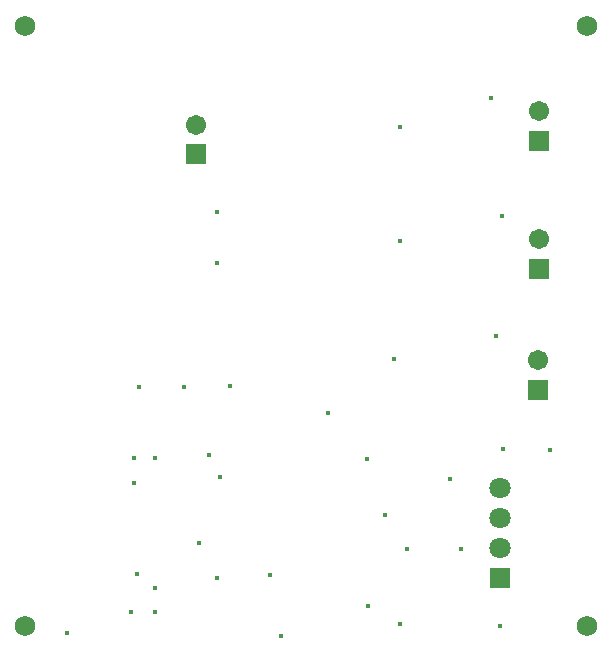
<source format=gbs>
G04*
G04 #@! TF.GenerationSoftware,Altium Limited,Altium Designer,20.2.4 (192)*
G04*
G04 Layer_Color=16711935*
%FSLAX25Y25*%
%MOIN*%
G70*
G04*
G04 #@! TF.SameCoordinates,916D3FFB-3ED2-40BB-BA98-F56BCE00B8A7*
G04*
G04*
G04 #@! TF.FilePolarity,Negative*
G04*
G01*
G75*
%ADD42R,0.06706X0.06706*%
%ADD43C,0.06706*%
%ADD44C,0.06800*%
%ADD45C,0.07099*%
%ADD46R,0.07099X0.07099*%
%ADD47C,0.01500*%
D42*
X69500Y169579D02*
D03*
X184000Y131500D02*
D03*
X183500Y91079D02*
D03*
X184000Y174079D02*
D03*
D43*
X69500Y179421D02*
D03*
X184000Y141343D02*
D03*
X183500Y100921D02*
D03*
X184000Y183921D02*
D03*
D44*
X12500Y212500D02*
D03*
Y12500D02*
D03*
X200000D02*
D03*
Y212500D02*
D03*
D45*
X171000Y58500D02*
D03*
Y48500D02*
D03*
Y38500D02*
D03*
D46*
Y28500D02*
D03*
D47*
X187500Y71000D02*
D03*
X26500Y10000D02*
D03*
X168000Y188500D02*
D03*
X76500Y150500D02*
D03*
X113500Y83500D02*
D03*
X81000Y92500D02*
D03*
X50500Y92000D02*
D03*
X49000Y60000D02*
D03*
X56000Y68500D02*
D03*
X49000D02*
D03*
X49771Y29725D02*
D03*
X56000Y25000D02*
D03*
X70500Y40000D02*
D03*
X56000Y17000D02*
D03*
X98000Y9000D02*
D03*
X171500Y149000D02*
D03*
X169500Y109000D02*
D03*
X171000Y12500D02*
D03*
X172000Y71500D02*
D03*
X76500Y133500D02*
D03*
X65500Y92000D02*
D03*
X77500Y62000D02*
D03*
X126500Y68000D02*
D03*
X140000Y38000D02*
D03*
X132500Y49500D02*
D03*
X137528Y178707D02*
D03*
Y140707D02*
D03*
X135724Y101386D02*
D03*
X74000Y69500D02*
D03*
X94195Y29305D02*
D03*
X76500Y28500D02*
D03*
X158000Y38000D02*
D03*
X154224Y61386D02*
D03*
X48000Y17000D02*
D03*
X137500Y13000D02*
D03*
X127000Y19000D02*
D03*
M02*

</source>
